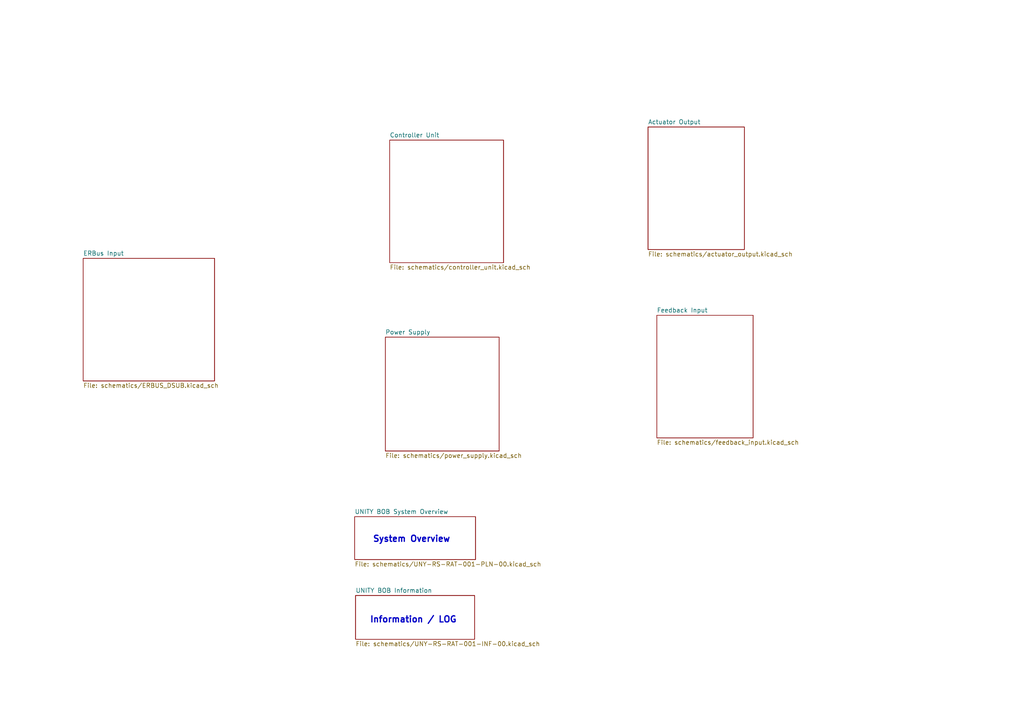
<source format=kicad_sch>
(kicad_sch
	(version 20250114)
	(generator "eeschema")
	(generator_version "9.0")
	(uuid "4c27cf79-fa69-4feb-8387-cce7f127887f")
	(paper "A4")
	(title_block
		(title "RAT High level schematics")
		(date "2025-08-23")
		(rev "0")
	)
	(lib_symbols)
	(text "System Overview"
		(exclude_from_sim no)
		(at 119.38 156.464 0)
		(effects
			(font
				(size 1.778 1.778)
				(thickness 0.3556)
				(bold yes)
			)
		)
		(uuid "550542f7-ad3d-4eeb-868b-57dc4889f9f0")
	)
	(text "Information / LOG"
		(exclude_from_sim no)
		(at 119.888 179.832 0)
		(effects
			(font
				(size 1.778 1.778)
				(thickness 0.3556)
				(bold yes)
			)
		)
		(uuid "8cb6480f-3dbf-4da6-b59a-7cdd2f0cc9cf")
	)
	(sheet
		(at 103.124 172.72)
		(size 34.544 12.7)
		(exclude_from_sim no)
		(in_bom yes)
		(on_board yes)
		(dnp no)
		(fields_autoplaced yes)
		(stroke
			(width 0.1524)
			(type solid)
		)
		(fill
			(color 0 0 0 0.0000)
		)
		(uuid "1bf148a2-13cd-4ef0-b036-59a37ce06d45")
		(property "Sheetname" "UNITY BOB Information"
			(at 103.124 172.0084 0)
			(effects
				(font
					(size 1.27 1.27)
				)
				(justify left bottom)
			)
		)
		(property "Sheetfile" "schematics/UNY-RS-RAT-001-INF-00.kicad_sch"
			(at 103.124 186.0046 0)
			(effects
				(font
					(size 1.27 1.27)
				)
				(justify left top)
			)
		)
		(instances
			(project "UNY-RS-RAT-001-PCB-01"
				(path "/4c27cf79-fa69-4feb-8387-cce7f127887f"
					(page "7")
				)
			)
		)
	)
	(sheet
		(at 102.87 149.86)
		(size 35.052 12.446)
		(exclude_from_sim no)
		(in_bom yes)
		(on_board yes)
		(dnp no)
		(fields_autoplaced yes)
		(stroke
			(width 0.1524)
			(type solid)
		)
		(fill
			(color 0 0 0 0.0000)
		)
		(uuid "2dd2a97f-41d7-43c5-8078-6111de84fea0")
		(property "Sheetname" "UNITY BOB System Overview"
			(at 102.87 149.1484 0)
			(effects
				(font
					(size 1.27 1.27)
				)
				(justify left bottom)
			)
		)
		(property "Sheetfile" "schematics/UNY-RS-RAT-001-PLN-00.kicad_sch"
			(at 102.87 162.8906 0)
			(effects
				(font
					(size 1.27 1.27)
				)
				(justify left top)
			)
		)
		(instances
			(project "UNY-RS-RAT-001-PCB-01"
				(path "/4c27cf79-fa69-4feb-8387-cce7f127887f"
					(page "8")
				)
			)
		)
	)
	(sheet
		(at 190.5 91.44)
		(size 27.94 35.56)
		(exclude_from_sim no)
		(in_bom yes)
		(on_board yes)
		(dnp no)
		(fields_autoplaced yes)
		(stroke
			(width 0.1524)
			(type solid)
		)
		(fill
			(color 0 0 0 0.0000)
		)
		(uuid "523e1c00-69b9-445c-b32c-4191c2108ff0")
		(property "Sheetname" "Feedback Input"
			(at 190.5 90.7284 0)
			(effects
				(font
					(size 1.27 1.27)
				)
				(justify left bottom)
			)
		)
		(property "Sheetfile" "schematics/feedback_input.kicad_sch"
			(at 190.5 127.5846 0)
			(effects
				(font
					(size 1.27 1.27)
				)
				(justify left top)
			)
		)
		(instances
			(project "UNY-RS-RAT-001-PCB-01"
				(path "/4c27cf79-fa69-4feb-8387-cce7f127887f"
					(page "6")
				)
			)
		)
	)
	(sheet
		(at 113.03 40.64)
		(size 33.02 35.56)
		(exclude_from_sim no)
		(in_bom yes)
		(on_board yes)
		(dnp no)
		(fields_autoplaced yes)
		(stroke
			(width 0.1524)
			(type solid)
		)
		(fill
			(color 0 0 0 0.0000)
		)
		(uuid "58102767-6eb0-4584-b997-4e42ba1c55fe")
		(property "Sheetname" "Controller Unit"
			(at 113.03 39.9284 0)
			(effects
				(font
					(size 1.27 1.27)
				)
				(justify left bottom)
			)
		)
		(property "Sheetfile" "schematics/controller_unit.kicad_sch"
			(at 113.03 76.7846 0)
			(effects
				(font
					(size 1.27 1.27)
				)
				(justify left top)
			)
		)
		(instances
			(project "UNY-RS-RAT-001-PCB-01"
				(path "/4c27cf79-fa69-4feb-8387-cce7f127887f"
					(page "4")
				)
			)
		)
	)
	(sheet
		(at 111.76 97.79)
		(size 33.02 33.02)
		(exclude_from_sim no)
		(in_bom yes)
		(on_board yes)
		(dnp no)
		(fields_autoplaced yes)
		(stroke
			(width 0.1524)
			(type solid)
		)
		(fill
			(color 0 0 0 0.0000)
		)
		(uuid "750c8761-90ad-4cd9-b93b-abb33b412847")
		(property "Sheetname" "Power Supply"
			(at 111.76 97.0784 0)
			(effects
				(font
					(size 1.27 1.27)
				)
				(justify left bottom)
			)
		)
		(property "Sheetfile" "schematics/power_supply.kicad_sch"
			(at 111.76 131.3946 0)
			(effects
				(font
					(size 1.27 1.27)
				)
				(justify left top)
			)
		)
		(instances
			(project "UNY-RS-RAT-001-PCB-01"
				(path "/4c27cf79-fa69-4feb-8387-cce7f127887f"
					(page "3")
				)
			)
		)
	)
	(sheet
		(at 187.96 36.83)
		(size 27.94 35.56)
		(exclude_from_sim no)
		(in_bom yes)
		(on_board yes)
		(dnp no)
		(fields_autoplaced yes)
		(stroke
			(width 0.1524)
			(type solid)
		)
		(fill
			(color 0 0 0 0.0000)
		)
		(uuid "81706e5c-f85b-4bd5-8d1b-3728352ec6bd")
		(property "Sheetname" "Actuator Output"
			(at 187.96 36.1184 0)
			(effects
				(font
					(size 1.27 1.27)
				)
				(justify left bottom)
			)
		)
		(property "Sheetfile" "schematics/actuator_output.kicad_sch"
			(at 187.96 72.9746 0)
			(effects
				(font
					(size 1.27 1.27)
				)
				(justify left top)
			)
		)
		(instances
			(project "UNY-RS-RAT-001-PCB-01"
				(path "/4c27cf79-fa69-4feb-8387-cce7f127887f"
					(page "5")
				)
			)
		)
	)
	(sheet
		(at 24.13 74.93)
		(size 38.1 35.56)
		(exclude_from_sim no)
		(in_bom yes)
		(on_board yes)
		(dnp no)
		(fields_autoplaced yes)
		(stroke
			(width 0.1524)
			(type solid)
		)
		(fill
			(color 0 0 0 0.0000)
		)
		(uuid "9fac421b-c1f3-4f3d-8cd9-0e1d70eefee8")
		(property "Sheetname" "ERBus Input"
			(at 24.13 74.2184 0)
			(effects
				(font
					(size 1.27 1.27)
				)
				(justify left bottom)
			)
		)
		(property "Sheetfile" "schematics/ERBUS_DSUB.kicad_sch"
			(at 24.13 111.0746 0)
			(effects
				(font
					(size 1.27 1.27)
				)
				(justify left top)
			)
		)
		(instances
			(project "UNY-RS-RAT-001-PCB-01"
				(path "/4c27cf79-fa69-4feb-8387-cce7f127887f"
					(page "2")
				)
			)
		)
	)
	(sheet_instances
		(path "/"
			(page "1")
		)
	)
	(embedded_fonts no)
)

</source>
